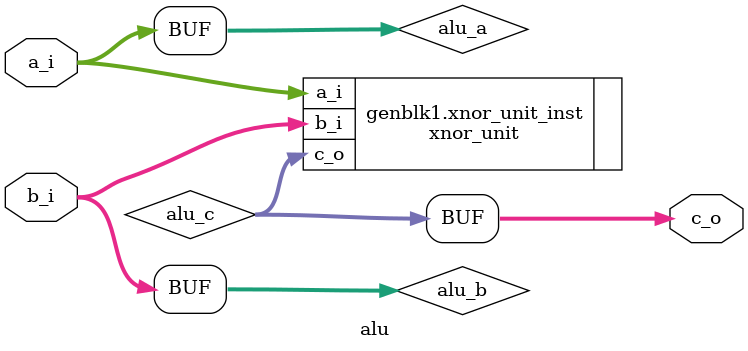
<source format=sv>
`include "alu_defs.svh"

module alu #(
    parameter   DATA_WIDTH  =   32,
    parameter   ALU_KIND    =   0
) (
    // data_i
    input   logic[DATA_WIDTH-1:0]   a_i,
    input   logic[DATA_WIDTH-1:0]   b_i,
    // data_o
    output  logic[DATA_WIDTH-1:0]   c_o
);

// define interface for alu_sub(xnor_unit & mul_unit)
logic[DATA_WIDTH-1:0] alu_a, alu_b, alu_c;
// inst alu_sub
generate if (ALU_KIND == 0) begin
    xnor_unit #(
        .DATA_WIDTH ( DATA_WIDTH    ),
        .ALU_KIND   ( ALU_KIND      )
    ) xnor_unit_inst (
        // data_i
        .a_i    ( alu_a ),
        .b_i    ( alu_b ),
        // data_o
        .c_o    ( alu_c )
    );
end else if (ALU_KIND == 1) begin
    mul_unit #(
        .DATA_WIDTH ( DATA_WIDTH    ),
        .ALU_KIND   ( ALU_KIND      )
    ) mul_unit_inst (
        // data_i
        .a_i    ( alu_a ),
        .b_i    ( alu_b ),
        // data_o
        .c_o    ( alu_c )
    );
end else begin
    // set '0
    assign alu_c = '0;
end endgenerate
// set interface
assign alu_a = a_i;
assign alu_b = b_i;
assign c_o = alu_c;

endmodule

</source>
